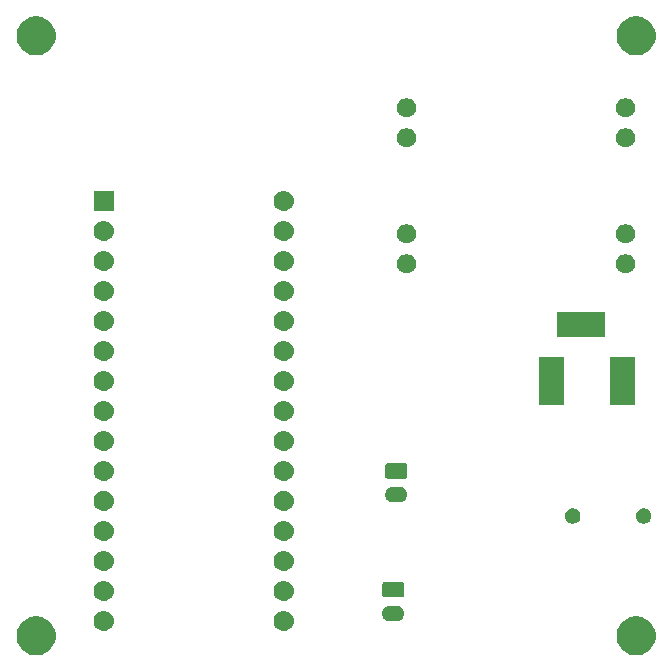
<source format=gbr>
G04 #@! TF.GenerationSoftware,KiCad,Pcbnew,(5.1.4-0)*
G04 #@! TF.CreationDate,2019-09-03T17:01:46-05:00*
G04 #@! TF.ProjectId,vacuum_pickup_tool,76616375-756d-45f7-9069-636b75705f74,rev?*
G04 #@! TF.SameCoordinates,Original*
G04 #@! TF.FileFunction,Soldermask,Bot*
G04 #@! TF.FilePolarity,Negative*
%FSLAX46Y46*%
G04 Gerber Fmt 4.6, Leading zero omitted, Abs format (unit mm)*
G04 Created by KiCad (PCBNEW (5.1.4-0)) date 2019-09-03 17:01:46*
%MOMM*%
%LPD*%
G04 APERTURE LIST*
%ADD10C,0.100000*%
G04 APERTURE END LIST*
D10*
G36*
X51175256Y-49191298D02*
G01*
X51281579Y-49212447D01*
X51582042Y-49336903D01*
X51852451Y-49517585D01*
X52082415Y-49747549D01*
X52263097Y-50017958D01*
X52387553Y-50318421D01*
X52451000Y-50637391D01*
X52451000Y-50962609D01*
X52387553Y-51281579D01*
X52263097Y-51582042D01*
X52082415Y-51852451D01*
X51852451Y-52082415D01*
X51582042Y-52263097D01*
X51281579Y-52387553D01*
X51175256Y-52408702D01*
X50962611Y-52451000D01*
X50637389Y-52451000D01*
X50424744Y-52408702D01*
X50318421Y-52387553D01*
X50017958Y-52263097D01*
X49747549Y-52082415D01*
X49517585Y-51852451D01*
X49336903Y-51582042D01*
X49212447Y-51281579D01*
X49149000Y-50962609D01*
X49149000Y-50637391D01*
X49212447Y-50318421D01*
X49336903Y-50017958D01*
X49517585Y-49747549D01*
X49747549Y-49517585D01*
X50017958Y-49336903D01*
X50318421Y-49212447D01*
X50424744Y-49191298D01*
X50637389Y-49149000D01*
X50962611Y-49149000D01*
X51175256Y-49191298D01*
X51175256Y-49191298D01*
G37*
G36*
X375256Y-49191298D02*
G01*
X481579Y-49212447D01*
X782042Y-49336903D01*
X1052451Y-49517585D01*
X1282415Y-49747549D01*
X1463097Y-50017958D01*
X1587553Y-50318421D01*
X1651000Y-50637391D01*
X1651000Y-50962609D01*
X1587553Y-51281579D01*
X1463097Y-51582042D01*
X1282415Y-51852451D01*
X1052451Y-52082415D01*
X782042Y-52263097D01*
X481579Y-52387553D01*
X375256Y-52408702D01*
X162611Y-52451000D01*
X-162611Y-52451000D01*
X-375256Y-52408702D01*
X-481579Y-52387553D01*
X-782042Y-52263097D01*
X-1052451Y-52082415D01*
X-1282415Y-51852451D01*
X-1463097Y-51582042D01*
X-1587553Y-51281579D01*
X-1651000Y-50962609D01*
X-1651000Y-50637391D01*
X-1587553Y-50318421D01*
X-1463097Y-50017958D01*
X-1282415Y-49747549D01*
X-1052451Y-49517585D01*
X-782042Y-49336903D01*
X-481579Y-49212447D01*
X-375256Y-49191298D01*
X-162611Y-49149000D01*
X162611Y-49149000D01*
X375256Y-49191298D01*
X375256Y-49191298D01*
G37*
G36*
X5881823Y-48691313D02*
G01*
X6042242Y-48739976D01*
X6174906Y-48810886D01*
X6190078Y-48818996D01*
X6319659Y-48925341D01*
X6426004Y-49054922D01*
X6426005Y-49054924D01*
X6505024Y-49202758D01*
X6553687Y-49363177D01*
X6570117Y-49530000D01*
X6553687Y-49696823D01*
X6505024Y-49857242D01*
X6434114Y-49989906D01*
X6426004Y-50005078D01*
X6319659Y-50134659D01*
X6190078Y-50241004D01*
X6190076Y-50241005D01*
X6042242Y-50320024D01*
X5881823Y-50368687D01*
X5756804Y-50381000D01*
X5673196Y-50381000D01*
X5548177Y-50368687D01*
X5387758Y-50320024D01*
X5239924Y-50241005D01*
X5239922Y-50241004D01*
X5110341Y-50134659D01*
X5003996Y-50005078D01*
X4995886Y-49989906D01*
X4924976Y-49857242D01*
X4876313Y-49696823D01*
X4859883Y-49530000D01*
X4876313Y-49363177D01*
X4924976Y-49202758D01*
X5003995Y-49054924D01*
X5003996Y-49054922D01*
X5110341Y-48925341D01*
X5239922Y-48818996D01*
X5255094Y-48810886D01*
X5387758Y-48739976D01*
X5548177Y-48691313D01*
X5673196Y-48679000D01*
X5756804Y-48679000D01*
X5881823Y-48691313D01*
X5881823Y-48691313D01*
G37*
G36*
X21121823Y-48691313D02*
G01*
X21282242Y-48739976D01*
X21414906Y-48810886D01*
X21430078Y-48818996D01*
X21559659Y-48925341D01*
X21666004Y-49054922D01*
X21666005Y-49054924D01*
X21745024Y-49202758D01*
X21793687Y-49363177D01*
X21810117Y-49530000D01*
X21793687Y-49696823D01*
X21745024Y-49857242D01*
X21674114Y-49989906D01*
X21666004Y-50005078D01*
X21559659Y-50134659D01*
X21430078Y-50241004D01*
X21430076Y-50241005D01*
X21282242Y-50320024D01*
X21121823Y-50368687D01*
X20996804Y-50381000D01*
X20913196Y-50381000D01*
X20788177Y-50368687D01*
X20627758Y-50320024D01*
X20479924Y-50241005D01*
X20479922Y-50241004D01*
X20350341Y-50134659D01*
X20243996Y-50005078D01*
X20235886Y-49989906D01*
X20164976Y-49857242D01*
X20116313Y-49696823D01*
X20099883Y-49530000D01*
X20116313Y-49363177D01*
X20164976Y-49202758D01*
X20243995Y-49054924D01*
X20243996Y-49054922D01*
X20350341Y-48925341D01*
X20479922Y-48818996D01*
X20495094Y-48810886D01*
X20627758Y-48739976D01*
X20788177Y-48691313D01*
X20913196Y-48679000D01*
X20996804Y-48679000D01*
X21121823Y-48691313D01*
X21121823Y-48691313D01*
G37*
G36*
X30564855Y-48247140D02*
G01*
X30628618Y-48253420D01*
X30719404Y-48280960D01*
X30751336Y-48290646D01*
X30864425Y-48351094D01*
X30963554Y-48432446D01*
X31044906Y-48531575D01*
X31105354Y-48644664D01*
X31105355Y-48644668D01*
X31142580Y-48767382D01*
X31155149Y-48895000D01*
X31142580Y-49022618D01*
X31132780Y-49054924D01*
X31105354Y-49145336D01*
X31044906Y-49258425D01*
X30963554Y-49357554D01*
X30864425Y-49438906D01*
X30751336Y-49499354D01*
X30719404Y-49509040D01*
X30628618Y-49536580D01*
X30564855Y-49542860D01*
X30532974Y-49546000D01*
X29919026Y-49546000D01*
X29887145Y-49542860D01*
X29823382Y-49536580D01*
X29732596Y-49509040D01*
X29700664Y-49499354D01*
X29587575Y-49438906D01*
X29488446Y-49357554D01*
X29407094Y-49258425D01*
X29346646Y-49145336D01*
X29319220Y-49054924D01*
X29309420Y-49022618D01*
X29296851Y-48895000D01*
X29309420Y-48767382D01*
X29346645Y-48644668D01*
X29346646Y-48644664D01*
X29407094Y-48531575D01*
X29488446Y-48432446D01*
X29587575Y-48351094D01*
X29700664Y-48290646D01*
X29732596Y-48280960D01*
X29823382Y-48253420D01*
X29887145Y-48247140D01*
X29919026Y-48244000D01*
X30532974Y-48244000D01*
X30564855Y-48247140D01*
X30564855Y-48247140D01*
G37*
G36*
X21121823Y-46151313D02*
G01*
X21282242Y-46199976D01*
X21364605Y-46244000D01*
X21430078Y-46278996D01*
X21559659Y-46385341D01*
X21666004Y-46514922D01*
X21666005Y-46514924D01*
X21745024Y-46662758D01*
X21793687Y-46823177D01*
X21810117Y-46990000D01*
X21793687Y-47156823D01*
X21745024Y-47317242D01*
X21688315Y-47423337D01*
X21666004Y-47465078D01*
X21559659Y-47594659D01*
X21430078Y-47701004D01*
X21430076Y-47701005D01*
X21282242Y-47780024D01*
X21121823Y-47828687D01*
X20996804Y-47841000D01*
X20913196Y-47841000D01*
X20788177Y-47828687D01*
X20627758Y-47780024D01*
X20479924Y-47701005D01*
X20479922Y-47701004D01*
X20350341Y-47594659D01*
X20243996Y-47465078D01*
X20221685Y-47423337D01*
X20164976Y-47317242D01*
X20116313Y-47156823D01*
X20099883Y-46990000D01*
X20116313Y-46823177D01*
X20164976Y-46662758D01*
X20243995Y-46514924D01*
X20243996Y-46514922D01*
X20350341Y-46385341D01*
X20479922Y-46278996D01*
X20545395Y-46244000D01*
X20627758Y-46199976D01*
X20788177Y-46151313D01*
X20913196Y-46139000D01*
X20996804Y-46139000D01*
X21121823Y-46151313D01*
X21121823Y-46151313D01*
G37*
G36*
X5881823Y-46151313D02*
G01*
X6042242Y-46199976D01*
X6124605Y-46244000D01*
X6190078Y-46278996D01*
X6319659Y-46385341D01*
X6426004Y-46514922D01*
X6426005Y-46514924D01*
X6505024Y-46662758D01*
X6553687Y-46823177D01*
X6570117Y-46990000D01*
X6553687Y-47156823D01*
X6505024Y-47317242D01*
X6448315Y-47423337D01*
X6426004Y-47465078D01*
X6319659Y-47594659D01*
X6190078Y-47701004D01*
X6190076Y-47701005D01*
X6042242Y-47780024D01*
X5881823Y-47828687D01*
X5756804Y-47841000D01*
X5673196Y-47841000D01*
X5548177Y-47828687D01*
X5387758Y-47780024D01*
X5239924Y-47701005D01*
X5239922Y-47701004D01*
X5110341Y-47594659D01*
X5003996Y-47465078D01*
X4981685Y-47423337D01*
X4924976Y-47317242D01*
X4876313Y-47156823D01*
X4859883Y-46990000D01*
X4876313Y-46823177D01*
X4924976Y-46662758D01*
X5003995Y-46514924D01*
X5003996Y-46514922D01*
X5110341Y-46385341D01*
X5239922Y-46278996D01*
X5305395Y-46244000D01*
X5387758Y-46199976D01*
X5548177Y-46151313D01*
X5673196Y-46139000D01*
X5756804Y-46139000D01*
X5881823Y-46151313D01*
X5881823Y-46151313D01*
G37*
G36*
X30992242Y-46248404D02*
G01*
X31029337Y-46259657D01*
X31063515Y-46277925D01*
X31093481Y-46302519D01*
X31118075Y-46332485D01*
X31136343Y-46366663D01*
X31147596Y-46403758D01*
X31152000Y-46448474D01*
X31152000Y-47341526D01*
X31147596Y-47386242D01*
X31136343Y-47423337D01*
X31118075Y-47457515D01*
X31093481Y-47487481D01*
X31063515Y-47512075D01*
X31029337Y-47530343D01*
X30992242Y-47541596D01*
X30947526Y-47546000D01*
X29504474Y-47546000D01*
X29459758Y-47541596D01*
X29422663Y-47530343D01*
X29388485Y-47512075D01*
X29358519Y-47487481D01*
X29333925Y-47457515D01*
X29315657Y-47423337D01*
X29304404Y-47386242D01*
X29300000Y-47341526D01*
X29300000Y-46448474D01*
X29304404Y-46403758D01*
X29315657Y-46366663D01*
X29333925Y-46332485D01*
X29358519Y-46302519D01*
X29388485Y-46277925D01*
X29422663Y-46259657D01*
X29459758Y-46248404D01*
X29504474Y-46244000D01*
X30947526Y-46244000D01*
X30992242Y-46248404D01*
X30992242Y-46248404D01*
G37*
G36*
X21121823Y-43611313D02*
G01*
X21282242Y-43659976D01*
X21414906Y-43730886D01*
X21430078Y-43738996D01*
X21559659Y-43845341D01*
X21666004Y-43974922D01*
X21666005Y-43974924D01*
X21745024Y-44122758D01*
X21793687Y-44283177D01*
X21810117Y-44450000D01*
X21793687Y-44616823D01*
X21745024Y-44777242D01*
X21674114Y-44909906D01*
X21666004Y-44925078D01*
X21559659Y-45054659D01*
X21430078Y-45161004D01*
X21430076Y-45161005D01*
X21282242Y-45240024D01*
X21121823Y-45288687D01*
X20996804Y-45301000D01*
X20913196Y-45301000D01*
X20788177Y-45288687D01*
X20627758Y-45240024D01*
X20479924Y-45161005D01*
X20479922Y-45161004D01*
X20350341Y-45054659D01*
X20243996Y-44925078D01*
X20235886Y-44909906D01*
X20164976Y-44777242D01*
X20116313Y-44616823D01*
X20099883Y-44450000D01*
X20116313Y-44283177D01*
X20164976Y-44122758D01*
X20243995Y-43974924D01*
X20243996Y-43974922D01*
X20350341Y-43845341D01*
X20479922Y-43738996D01*
X20495094Y-43730886D01*
X20627758Y-43659976D01*
X20788177Y-43611313D01*
X20913196Y-43599000D01*
X20996804Y-43599000D01*
X21121823Y-43611313D01*
X21121823Y-43611313D01*
G37*
G36*
X5881823Y-43611313D02*
G01*
X6042242Y-43659976D01*
X6174906Y-43730886D01*
X6190078Y-43738996D01*
X6319659Y-43845341D01*
X6426004Y-43974922D01*
X6426005Y-43974924D01*
X6505024Y-44122758D01*
X6553687Y-44283177D01*
X6570117Y-44450000D01*
X6553687Y-44616823D01*
X6505024Y-44777242D01*
X6434114Y-44909906D01*
X6426004Y-44925078D01*
X6319659Y-45054659D01*
X6190078Y-45161004D01*
X6190076Y-45161005D01*
X6042242Y-45240024D01*
X5881823Y-45288687D01*
X5756804Y-45301000D01*
X5673196Y-45301000D01*
X5548177Y-45288687D01*
X5387758Y-45240024D01*
X5239924Y-45161005D01*
X5239922Y-45161004D01*
X5110341Y-45054659D01*
X5003996Y-44925078D01*
X4995886Y-44909906D01*
X4924976Y-44777242D01*
X4876313Y-44616823D01*
X4859883Y-44450000D01*
X4876313Y-44283177D01*
X4924976Y-44122758D01*
X5003995Y-43974924D01*
X5003996Y-43974922D01*
X5110341Y-43845341D01*
X5239922Y-43738996D01*
X5255094Y-43730886D01*
X5387758Y-43659976D01*
X5548177Y-43611313D01*
X5673196Y-43599000D01*
X5756804Y-43599000D01*
X5881823Y-43611313D01*
X5881823Y-43611313D01*
G37*
G36*
X21121823Y-41071313D02*
G01*
X21282242Y-41119976D01*
X21414906Y-41190886D01*
X21430078Y-41198996D01*
X21559659Y-41305341D01*
X21666004Y-41434922D01*
X21666005Y-41434924D01*
X21745024Y-41582758D01*
X21793687Y-41743177D01*
X21810117Y-41910000D01*
X21793687Y-42076823D01*
X21745024Y-42237242D01*
X21674114Y-42369906D01*
X21666004Y-42385078D01*
X21559659Y-42514659D01*
X21430078Y-42621004D01*
X21430076Y-42621005D01*
X21282242Y-42700024D01*
X21121823Y-42748687D01*
X20996804Y-42761000D01*
X20913196Y-42761000D01*
X20788177Y-42748687D01*
X20627758Y-42700024D01*
X20479924Y-42621005D01*
X20479922Y-42621004D01*
X20350341Y-42514659D01*
X20243996Y-42385078D01*
X20235886Y-42369906D01*
X20164976Y-42237242D01*
X20116313Y-42076823D01*
X20099883Y-41910000D01*
X20116313Y-41743177D01*
X20164976Y-41582758D01*
X20243995Y-41434924D01*
X20243996Y-41434922D01*
X20350341Y-41305341D01*
X20479922Y-41198996D01*
X20495094Y-41190886D01*
X20627758Y-41119976D01*
X20788177Y-41071313D01*
X20913196Y-41059000D01*
X20996804Y-41059000D01*
X21121823Y-41071313D01*
X21121823Y-41071313D01*
G37*
G36*
X5881823Y-41071313D02*
G01*
X6042242Y-41119976D01*
X6174906Y-41190886D01*
X6190078Y-41198996D01*
X6319659Y-41305341D01*
X6426004Y-41434922D01*
X6426005Y-41434924D01*
X6505024Y-41582758D01*
X6553687Y-41743177D01*
X6570117Y-41910000D01*
X6553687Y-42076823D01*
X6505024Y-42237242D01*
X6434114Y-42369906D01*
X6426004Y-42385078D01*
X6319659Y-42514659D01*
X6190078Y-42621004D01*
X6190076Y-42621005D01*
X6042242Y-42700024D01*
X5881823Y-42748687D01*
X5756804Y-42761000D01*
X5673196Y-42761000D01*
X5548177Y-42748687D01*
X5387758Y-42700024D01*
X5239924Y-42621005D01*
X5239922Y-42621004D01*
X5110341Y-42514659D01*
X5003996Y-42385078D01*
X4995886Y-42369906D01*
X4924976Y-42237242D01*
X4876313Y-42076823D01*
X4859883Y-41910000D01*
X4876313Y-41743177D01*
X4924976Y-41582758D01*
X5003995Y-41434924D01*
X5003996Y-41434922D01*
X5110341Y-41305341D01*
X5239922Y-41198996D01*
X5255094Y-41190886D01*
X5387758Y-41119976D01*
X5548177Y-41071313D01*
X5673196Y-41059000D01*
X5756804Y-41059000D01*
X5881823Y-41071313D01*
X5881823Y-41071313D01*
G37*
G36*
X51624890Y-40014017D02*
G01*
X51743364Y-40063091D01*
X51849988Y-40134335D01*
X51940665Y-40225012D01*
X52011909Y-40331636D01*
X52060983Y-40450110D01*
X52086000Y-40575882D01*
X52086000Y-40704118D01*
X52060983Y-40829890D01*
X52011909Y-40948364D01*
X51940665Y-41054988D01*
X51849988Y-41145665D01*
X51743364Y-41216909D01*
X51743363Y-41216910D01*
X51743362Y-41216910D01*
X51624890Y-41265983D01*
X51499119Y-41291000D01*
X51370881Y-41291000D01*
X51245110Y-41265983D01*
X51126638Y-41216910D01*
X51126637Y-41216910D01*
X51126636Y-41216909D01*
X51020012Y-41145665D01*
X50929335Y-41054988D01*
X50858091Y-40948364D01*
X50809017Y-40829890D01*
X50784000Y-40704118D01*
X50784000Y-40575882D01*
X50809017Y-40450110D01*
X50858091Y-40331636D01*
X50929335Y-40225012D01*
X51020012Y-40134335D01*
X51126636Y-40063091D01*
X51245110Y-40014017D01*
X51370881Y-39989000D01*
X51499119Y-39989000D01*
X51624890Y-40014017D01*
X51624890Y-40014017D01*
G37*
G36*
X45624890Y-40014017D02*
G01*
X45743364Y-40063091D01*
X45849988Y-40134335D01*
X45940665Y-40225012D01*
X46011909Y-40331636D01*
X46060983Y-40450110D01*
X46086000Y-40575882D01*
X46086000Y-40704118D01*
X46060983Y-40829890D01*
X46011909Y-40948364D01*
X45940665Y-41054988D01*
X45849988Y-41145665D01*
X45743364Y-41216909D01*
X45743363Y-41216910D01*
X45743362Y-41216910D01*
X45624890Y-41265983D01*
X45499119Y-41291000D01*
X45370881Y-41291000D01*
X45245110Y-41265983D01*
X45126638Y-41216910D01*
X45126637Y-41216910D01*
X45126636Y-41216909D01*
X45020012Y-41145665D01*
X44929335Y-41054988D01*
X44858091Y-40948364D01*
X44809017Y-40829890D01*
X44784000Y-40704118D01*
X44784000Y-40575882D01*
X44809017Y-40450110D01*
X44858091Y-40331636D01*
X44929335Y-40225012D01*
X45020012Y-40134335D01*
X45126636Y-40063091D01*
X45245110Y-40014017D01*
X45370881Y-39989000D01*
X45499119Y-39989000D01*
X45624890Y-40014017D01*
X45624890Y-40014017D01*
G37*
G36*
X21121823Y-38531313D02*
G01*
X21252380Y-38570917D01*
X21281214Y-38579664D01*
X21282242Y-38579976D01*
X21414906Y-38650886D01*
X21430078Y-38658996D01*
X21559659Y-38765341D01*
X21666004Y-38894922D01*
X21666005Y-38894924D01*
X21745024Y-39042758D01*
X21793687Y-39203177D01*
X21810117Y-39370000D01*
X21793687Y-39536823D01*
X21745024Y-39697242D01*
X21674114Y-39829906D01*
X21666004Y-39845078D01*
X21559659Y-39974659D01*
X21430078Y-40081004D01*
X21430076Y-40081005D01*
X21282242Y-40160024D01*
X21121823Y-40208687D01*
X20996804Y-40221000D01*
X20913196Y-40221000D01*
X20788177Y-40208687D01*
X20627758Y-40160024D01*
X20479924Y-40081005D01*
X20479922Y-40081004D01*
X20350341Y-39974659D01*
X20243996Y-39845078D01*
X20235886Y-39829906D01*
X20164976Y-39697242D01*
X20116313Y-39536823D01*
X20099883Y-39370000D01*
X20116313Y-39203177D01*
X20164976Y-39042758D01*
X20243995Y-38894924D01*
X20243996Y-38894922D01*
X20350341Y-38765341D01*
X20479922Y-38658996D01*
X20495094Y-38650886D01*
X20627758Y-38579976D01*
X20628787Y-38579664D01*
X20657620Y-38570917D01*
X20788177Y-38531313D01*
X20913196Y-38519000D01*
X20996804Y-38519000D01*
X21121823Y-38531313D01*
X21121823Y-38531313D01*
G37*
G36*
X5881823Y-38531313D02*
G01*
X6012380Y-38570917D01*
X6041214Y-38579664D01*
X6042242Y-38579976D01*
X6174906Y-38650886D01*
X6190078Y-38658996D01*
X6319659Y-38765341D01*
X6426004Y-38894922D01*
X6426005Y-38894924D01*
X6505024Y-39042758D01*
X6553687Y-39203177D01*
X6570117Y-39370000D01*
X6553687Y-39536823D01*
X6505024Y-39697242D01*
X6434114Y-39829906D01*
X6426004Y-39845078D01*
X6319659Y-39974659D01*
X6190078Y-40081004D01*
X6190076Y-40081005D01*
X6042242Y-40160024D01*
X5881823Y-40208687D01*
X5756804Y-40221000D01*
X5673196Y-40221000D01*
X5548177Y-40208687D01*
X5387758Y-40160024D01*
X5239924Y-40081005D01*
X5239922Y-40081004D01*
X5110341Y-39974659D01*
X5003996Y-39845078D01*
X4995886Y-39829906D01*
X4924976Y-39697242D01*
X4876313Y-39536823D01*
X4859883Y-39370000D01*
X4876313Y-39203177D01*
X4924976Y-39042758D01*
X5003995Y-38894924D01*
X5003996Y-38894922D01*
X5110341Y-38765341D01*
X5239922Y-38658996D01*
X5255094Y-38650886D01*
X5387758Y-38579976D01*
X5388787Y-38579664D01*
X5417620Y-38570917D01*
X5548177Y-38531313D01*
X5673196Y-38519000D01*
X5756804Y-38519000D01*
X5881823Y-38531313D01*
X5881823Y-38531313D01*
G37*
G36*
X30818855Y-38182140D02*
G01*
X30882618Y-38188420D01*
X30973404Y-38215960D01*
X31005336Y-38225646D01*
X31118425Y-38286094D01*
X31217554Y-38367446D01*
X31298906Y-38466575D01*
X31359354Y-38579664D01*
X31369040Y-38611596D01*
X31396580Y-38702382D01*
X31409149Y-38830000D01*
X31396580Y-38957618D01*
X31370753Y-39042758D01*
X31359354Y-39080336D01*
X31298906Y-39193425D01*
X31217554Y-39292554D01*
X31118425Y-39373906D01*
X31005336Y-39434354D01*
X30973404Y-39444040D01*
X30882618Y-39471580D01*
X30818855Y-39477860D01*
X30786974Y-39481000D01*
X30173026Y-39481000D01*
X30141145Y-39477860D01*
X30077382Y-39471580D01*
X29986596Y-39444040D01*
X29954664Y-39434354D01*
X29841575Y-39373906D01*
X29742446Y-39292554D01*
X29661094Y-39193425D01*
X29600646Y-39080336D01*
X29589247Y-39042758D01*
X29563420Y-38957618D01*
X29550851Y-38830000D01*
X29563420Y-38702382D01*
X29590960Y-38611596D01*
X29600646Y-38579664D01*
X29661094Y-38466575D01*
X29742446Y-38367446D01*
X29841575Y-38286094D01*
X29954664Y-38225646D01*
X29986596Y-38215960D01*
X30077382Y-38188420D01*
X30141145Y-38182140D01*
X30173026Y-38179000D01*
X30786974Y-38179000D01*
X30818855Y-38182140D01*
X30818855Y-38182140D01*
G37*
G36*
X5881823Y-35991313D02*
G01*
X6042242Y-36039976D01*
X6174906Y-36110886D01*
X6190078Y-36118996D01*
X6319659Y-36225341D01*
X6426004Y-36354922D01*
X6426005Y-36354924D01*
X6505024Y-36502758D01*
X6553687Y-36663177D01*
X6570117Y-36830000D01*
X6553687Y-36996823D01*
X6505024Y-37157242D01*
X6476957Y-37209751D01*
X6426004Y-37305078D01*
X6319659Y-37434659D01*
X6190078Y-37541004D01*
X6190076Y-37541005D01*
X6042242Y-37620024D01*
X5881823Y-37668687D01*
X5756804Y-37681000D01*
X5673196Y-37681000D01*
X5548177Y-37668687D01*
X5387758Y-37620024D01*
X5239924Y-37541005D01*
X5239922Y-37541004D01*
X5110341Y-37434659D01*
X5003996Y-37305078D01*
X4953043Y-37209751D01*
X4924976Y-37157242D01*
X4876313Y-36996823D01*
X4859883Y-36830000D01*
X4876313Y-36663177D01*
X4924976Y-36502758D01*
X5003995Y-36354924D01*
X5003996Y-36354922D01*
X5110341Y-36225341D01*
X5239922Y-36118996D01*
X5255094Y-36110886D01*
X5387758Y-36039976D01*
X5548177Y-35991313D01*
X5673196Y-35979000D01*
X5756804Y-35979000D01*
X5881823Y-35991313D01*
X5881823Y-35991313D01*
G37*
G36*
X21121823Y-35991313D02*
G01*
X21282242Y-36039976D01*
X21414906Y-36110886D01*
X21430078Y-36118996D01*
X21559659Y-36225341D01*
X21666004Y-36354922D01*
X21666005Y-36354924D01*
X21745024Y-36502758D01*
X21793687Y-36663177D01*
X21810117Y-36830000D01*
X21793687Y-36996823D01*
X21745024Y-37157242D01*
X21716957Y-37209751D01*
X21666004Y-37305078D01*
X21559659Y-37434659D01*
X21430078Y-37541004D01*
X21430076Y-37541005D01*
X21282242Y-37620024D01*
X21121823Y-37668687D01*
X20996804Y-37681000D01*
X20913196Y-37681000D01*
X20788177Y-37668687D01*
X20627758Y-37620024D01*
X20479924Y-37541005D01*
X20479922Y-37541004D01*
X20350341Y-37434659D01*
X20243996Y-37305078D01*
X20193043Y-37209751D01*
X20164976Y-37157242D01*
X20116313Y-36996823D01*
X20099883Y-36830000D01*
X20116313Y-36663177D01*
X20164976Y-36502758D01*
X20243995Y-36354924D01*
X20243996Y-36354922D01*
X20350341Y-36225341D01*
X20479922Y-36118996D01*
X20495094Y-36110886D01*
X20627758Y-36039976D01*
X20788177Y-35991313D01*
X20913196Y-35979000D01*
X20996804Y-35979000D01*
X21121823Y-35991313D01*
X21121823Y-35991313D01*
G37*
G36*
X31246242Y-36183404D02*
G01*
X31283337Y-36194657D01*
X31317515Y-36212925D01*
X31347481Y-36237519D01*
X31372075Y-36267485D01*
X31390343Y-36301663D01*
X31401596Y-36338758D01*
X31406000Y-36383474D01*
X31406000Y-37276526D01*
X31401596Y-37321242D01*
X31390343Y-37358337D01*
X31372075Y-37392515D01*
X31347481Y-37422481D01*
X31317515Y-37447075D01*
X31283337Y-37465343D01*
X31246242Y-37476596D01*
X31201526Y-37481000D01*
X29758474Y-37481000D01*
X29713758Y-37476596D01*
X29676663Y-37465343D01*
X29642485Y-37447075D01*
X29612519Y-37422481D01*
X29587925Y-37392515D01*
X29569657Y-37358337D01*
X29558404Y-37321242D01*
X29554000Y-37276526D01*
X29554000Y-36383474D01*
X29558404Y-36338758D01*
X29569657Y-36301663D01*
X29587925Y-36267485D01*
X29612519Y-36237519D01*
X29642485Y-36212925D01*
X29676663Y-36194657D01*
X29713758Y-36183404D01*
X29758474Y-36179000D01*
X31201526Y-36179000D01*
X31246242Y-36183404D01*
X31246242Y-36183404D01*
G37*
G36*
X5881823Y-33451313D02*
G01*
X6042242Y-33499976D01*
X6174906Y-33570886D01*
X6190078Y-33578996D01*
X6319659Y-33685341D01*
X6426004Y-33814922D01*
X6426005Y-33814924D01*
X6505024Y-33962758D01*
X6553687Y-34123177D01*
X6570117Y-34290000D01*
X6553687Y-34456823D01*
X6505024Y-34617242D01*
X6434114Y-34749906D01*
X6426004Y-34765078D01*
X6319659Y-34894659D01*
X6190078Y-35001004D01*
X6190076Y-35001005D01*
X6042242Y-35080024D01*
X5881823Y-35128687D01*
X5756804Y-35141000D01*
X5673196Y-35141000D01*
X5548177Y-35128687D01*
X5387758Y-35080024D01*
X5239924Y-35001005D01*
X5239922Y-35001004D01*
X5110341Y-34894659D01*
X5003996Y-34765078D01*
X4995886Y-34749906D01*
X4924976Y-34617242D01*
X4876313Y-34456823D01*
X4859883Y-34290000D01*
X4876313Y-34123177D01*
X4924976Y-33962758D01*
X5003995Y-33814924D01*
X5003996Y-33814922D01*
X5110341Y-33685341D01*
X5239922Y-33578996D01*
X5255094Y-33570886D01*
X5387758Y-33499976D01*
X5548177Y-33451313D01*
X5673196Y-33439000D01*
X5756804Y-33439000D01*
X5881823Y-33451313D01*
X5881823Y-33451313D01*
G37*
G36*
X21121823Y-33451313D02*
G01*
X21282242Y-33499976D01*
X21414906Y-33570886D01*
X21430078Y-33578996D01*
X21559659Y-33685341D01*
X21666004Y-33814922D01*
X21666005Y-33814924D01*
X21745024Y-33962758D01*
X21793687Y-34123177D01*
X21810117Y-34290000D01*
X21793687Y-34456823D01*
X21745024Y-34617242D01*
X21674114Y-34749906D01*
X21666004Y-34765078D01*
X21559659Y-34894659D01*
X21430078Y-35001004D01*
X21430076Y-35001005D01*
X21282242Y-35080024D01*
X21121823Y-35128687D01*
X20996804Y-35141000D01*
X20913196Y-35141000D01*
X20788177Y-35128687D01*
X20627758Y-35080024D01*
X20479924Y-35001005D01*
X20479922Y-35001004D01*
X20350341Y-34894659D01*
X20243996Y-34765078D01*
X20235886Y-34749906D01*
X20164976Y-34617242D01*
X20116313Y-34456823D01*
X20099883Y-34290000D01*
X20116313Y-34123177D01*
X20164976Y-33962758D01*
X20243995Y-33814924D01*
X20243996Y-33814922D01*
X20350341Y-33685341D01*
X20479922Y-33578996D01*
X20495094Y-33570886D01*
X20627758Y-33499976D01*
X20788177Y-33451313D01*
X20913196Y-33439000D01*
X20996804Y-33439000D01*
X21121823Y-33451313D01*
X21121823Y-33451313D01*
G37*
G36*
X21121823Y-30911313D02*
G01*
X21282242Y-30959976D01*
X21414906Y-31030886D01*
X21430078Y-31038996D01*
X21559659Y-31145341D01*
X21666004Y-31274922D01*
X21666005Y-31274924D01*
X21745024Y-31422758D01*
X21793687Y-31583177D01*
X21810117Y-31750000D01*
X21793687Y-31916823D01*
X21745024Y-32077242D01*
X21674114Y-32209906D01*
X21666004Y-32225078D01*
X21559659Y-32354659D01*
X21430078Y-32461004D01*
X21430076Y-32461005D01*
X21282242Y-32540024D01*
X21121823Y-32588687D01*
X20996804Y-32601000D01*
X20913196Y-32601000D01*
X20788177Y-32588687D01*
X20627758Y-32540024D01*
X20479924Y-32461005D01*
X20479922Y-32461004D01*
X20350341Y-32354659D01*
X20243996Y-32225078D01*
X20235886Y-32209906D01*
X20164976Y-32077242D01*
X20116313Y-31916823D01*
X20099883Y-31750000D01*
X20116313Y-31583177D01*
X20164976Y-31422758D01*
X20243995Y-31274924D01*
X20243996Y-31274922D01*
X20350341Y-31145341D01*
X20479922Y-31038996D01*
X20495094Y-31030886D01*
X20627758Y-30959976D01*
X20788177Y-30911313D01*
X20913196Y-30899000D01*
X20996804Y-30899000D01*
X21121823Y-30911313D01*
X21121823Y-30911313D01*
G37*
G36*
X5881823Y-30911313D02*
G01*
X6042242Y-30959976D01*
X6174906Y-31030886D01*
X6190078Y-31038996D01*
X6319659Y-31145341D01*
X6426004Y-31274922D01*
X6426005Y-31274924D01*
X6505024Y-31422758D01*
X6553687Y-31583177D01*
X6570117Y-31750000D01*
X6553687Y-31916823D01*
X6505024Y-32077242D01*
X6434114Y-32209906D01*
X6426004Y-32225078D01*
X6319659Y-32354659D01*
X6190078Y-32461004D01*
X6190076Y-32461005D01*
X6042242Y-32540024D01*
X5881823Y-32588687D01*
X5756804Y-32601000D01*
X5673196Y-32601000D01*
X5548177Y-32588687D01*
X5387758Y-32540024D01*
X5239924Y-32461005D01*
X5239922Y-32461004D01*
X5110341Y-32354659D01*
X5003996Y-32225078D01*
X4995886Y-32209906D01*
X4924976Y-32077242D01*
X4876313Y-31916823D01*
X4859883Y-31750000D01*
X4876313Y-31583177D01*
X4924976Y-31422758D01*
X5003995Y-31274924D01*
X5003996Y-31274922D01*
X5110341Y-31145341D01*
X5239922Y-31038996D01*
X5255094Y-31030886D01*
X5387758Y-30959976D01*
X5548177Y-30911313D01*
X5673196Y-30899000D01*
X5756804Y-30899000D01*
X5881823Y-30911313D01*
X5881823Y-30911313D01*
G37*
G36*
X44701000Y-31261000D02*
G01*
X42599000Y-31261000D01*
X42599000Y-27159000D01*
X44701000Y-27159000D01*
X44701000Y-31261000D01*
X44701000Y-31261000D01*
G37*
G36*
X50701000Y-31261000D02*
G01*
X48599000Y-31261000D01*
X48599000Y-27159000D01*
X50701000Y-27159000D01*
X50701000Y-31261000D01*
X50701000Y-31261000D01*
G37*
G36*
X21121823Y-28371313D02*
G01*
X21282242Y-28419976D01*
X21414906Y-28490886D01*
X21430078Y-28498996D01*
X21559659Y-28605341D01*
X21666004Y-28734922D01*
X21666005Y-28734924D01*
X21745024Y-28882758D01*
X21793687Y-29043177D01*
X21810117Y-29210000D01*
X21793687Y-29376823D01*
X21745024Y-29537242D01*
X21674114Y-29669906D01*
X21666004Y-29685078D01*
X21559659Y-29814659D01*
X21430078Y-29921004D01*
X21430076Y-29921005D01*
X21282242Y-30000024D01*
X21121823Y-30048687D01*
X20996804Y-30061000D01*
X20913196Y-30061000D01*
X20788177Y-30048687D01*
X20627758Y-30000024D01*
X20479924Y-29921005D01*
X20479922Y-29921004D01*
X20350341Y-29814659D01*
X20243996Y-29685078D01*
X20235886Y-29669906D01*
X20164976Y-29537242D01*
X20116313Y-29376823D01*
X20099883Y-29210000D01*
X20116313Y-29043177D01*
X20164976Y-28882758D01*
X20243995Y-28734924D01*
X20243996Y-28734922D01*
X20350341Y-28605341D01*
X20479922Y-28498996D01*
X20495094Y-28490886D01*
X20627758Y-28419976D01*
X20788177Y-28371313D01*
X20913196Y-28359000D01*
X20996804Y-28359000D01*
X21121823Y-28371313D01*
X21121823Y-28371313D01*
G37*
G36*
X5881823Y-28371313D02*
G01*
X6042242Y-28419976D01*
X6174906Y-28490886D01*
X6190078Y-28498996D01*
X6319659Y-28605341D01*
X6426004Y-28734922D01*
X6426005Y-28734924D01*
X6505024Y-28882758D01*
X6553687Y-29043177D01*
X6570117Y-29210000D01*
X6553687Y-29376823D01*
X6505024Y-29537242D01*
X6434114Y-29669906D01*
X6426004Y-29685078D01*
X6319659Y-29814659D01*
X6190078Y-29921004D01*
X6190076Y-29921005D01*
X6042242Y-30000024D01*
X5881823Y-30048687D01*
X5756804Y-30061000D01*
X5673196Y-30061000D01*
X5548177Y-30048687D01*
X5387758Y-30000024D01*
X5239924Y-29921005D01*
X5239922Y-29921004D01*
X5110341Y-29814659D01*
X5003996Y-29685078D01*
X4995886Y-29669906D01*
X4924976Y-29537242D01*
X4876313Y-29376823D01*
X4859883Y-29210000D01*
X4876313Y-29043177D01*
X4924976Y-28882758D01*
X5003995Y-28734924D01*
X5003996Y-28734922D01*
X5110341Y-28605341D01*
X5239922Y-28498996D01*
X5255094Y-28490886D01*
X5387758Y-28419976D01*
X5548177Y-28371313D01*
X5673196Y-28359000D01*
X5756804Y-28359000D01*
X5881823Y-28371313D01*
X5881823Y-28371313D01*
G37*
G36*
X21121823Y-25831313D02*
G01*
X21282242Y-25879976D01*
X21414906Y-25950886D01*
X21430078Y-25958996D01*
X21559659Y-26065341D01*
X21666004Y-26194922D01*
X21666005Y-26194924D01*
X21745024Y-26342758D01*
X21793687Y-26503177D01*
X21810117Y-26670000D01*
X21793687Y-26836823D01*
X21745024Y-26997242D01*
X21674114Y-27129906D01*
X21666004Y-27145078D01*
X21559659Y-27274659D01*
X21430078Y-27381004D01*
X21430076Y-27381005D01*
X21282242Y-27460024D01*
X21121823Y-27508687D01*
X20996804Y-27521000D01*
X20913196Y-27521000D01*
X20788177Y-27508687D01*
X20627758Y-27460024D01*
X20479924Y-27381005D01*
X20479922Y-27381004D01*
X20350341Y-27274659D01*
X20243996Y-27145078D01*
X20235886Y-27129906D01*
X20164976Y-26997242D01*
X20116313Y-26836823D01*
X20099883Y-26670000D01*
X20116313Y-26503177D01*
X20164976Y-26342758D01*
X20243995Y-26194924D01*
X20243996Y-26194922D01*
X20350341Y-26065341D01*
X20479922Y-25958996D01*
X20495094Y-25950886D01*
X20627758Y-25879976D01*
X20788177Y-25831313D01*
X20913196Y-25819000D01*
X20996804Y-25819000D01*
X21121823Y-25831313D01*
X21121823Y-25831313D01*
G37*
G36*
X5881823Y-25831313D02*
G01*
X6042242Y-25879976D01*
X6174906Y-25950886D01*
X6190078Y-25958996D01*
X6319659Y-26065341D01*
X6426004Y-26194922D01*
X6426005Y-26194924D01*
X6505024Y-26342758D01*
X6553687Y-26503177D01*
X6570117Y-26670000D01*
X6553687Y-26836823D01*
X6505024Y-26997242D01*
X6434114Y-27129906D01*
X6426004Y-27145078D01*
X6319659Y-27274659D01*
X6190078Y-27381004D01*
X6190076Y-27381005D01*
X6042242Y-27460024D01*
X5881823Y-27508687D01*
X5756804Y-27521000D01*
X5673196Y-27521000D01*
X5548177Y-27508687D01*
X5387758Y-27460024D01*
X5239924Y-27381005D01*
X5239922Y-27381004D01*
X5110341Y-27274659D01*
X5003996Y-27145078D01*
X4995886Y-27129906D01*
X4924976Y-26997242D01*
X4876313Y-26836823D01*
X4859883Y-26670000D01*
X4876313Y-26503177D01*
X4924976Y-26342758D01*
X5003995Y-26194924D01*
X5003996Y-26194922D01*
X5110341Y-26065341D01*
X5239922Y-25958996D01*
X5255094Y-25950886D01*
X5387758Y-25879976D01*
X5548177Y-25831313D01*
X5673196Y-25819000D01*
X5756804Y-25819000D01*
X5881823Y-25831313D01*
X5881823Y-25831313D01*
G37*
G36*
X48201000Y-25461000D02*
G01*
X44099000Y-25461000D01*
X44099000Y-23359000D01*
X48201000Y-23359000D01*
X48201000Y-25461000D01*
X48201000Y-25461000D01*
G37*
G36*
X5881823Y-23291313D02*
G01*
X6042242Y-23339976D01*
X6077833Y-23359000D01*
X6190078Y-23418996D01*
X6319659Y-23525341D01*
X6426004Y-23654922D01*
X6426005Y-23654924D01*
X6505024Y-23802758D01*
X6553687Y-23963177D01*
X6570117Y-24130000D01*
X6553687Y-24296823D01*
X6505024Y-24457242D01*
X6434114Y-24589906D01*
X6426004Y-24605078D01*
X6319659Y-24734659D01*
X6190078Y-24841004D01*
X6190076Y-24841005D01*
X6042242Y-24920024D01*
X5881823Y-24968687D01*
X5756804Y-24981000D01*
X5673196Y-24981000D01*
X5548177Y-24968687D01*
X5387758Y-24920024D01*
X5239924Y-24841005D01*
X5239922Y-24841004D01*
X5110341Y-24734659D01*
X5003996Y-24605078D01*
X4995886Y-24589906D01*
X4924976Y-24457242D01*
X4876313Y-24296823D01*
X4859883Y-24130000D01*
X4876313Y-23963177D01*
X4924976Y-23802758D01*
X5003995Y-23654924D01*
X5003996Y-23654922D01*
X5110341Y-23525341D01*
X5239922Y-23418996D01*
X5352167Y-23359000D01*
X5387758Y-23339976D01*
X5548177Y-23291313D01*
X5673196Y-23279000D01*
X5756804Y-23279000D01*
X5881823Y-23291313D01*
X5881823Y-23291313D01*
G37*
G36*
X21121823Y-23291313D02*
G01*
X21282242Y-23339976D01*
X21317833Y-23359000D01*
X21430078Y-23418996D01*
X21559659Y-23525341D01*
X21666004Y-23654922D01*
X21666005Y-23654924D01*
X21745024Y-23802758D01*
X21793687Y-23963177D01*
X21810117Y-24130000D01*
X21793687Y-24296823D01*
X21745024Y-24457242D01*
X21674114Y-24589906D01*
X21666004Y-24605078D01*
X21559659Y-24734659D01*
X21430078Y-24841004D01*
X21430076Y-24841005D01*
X21282242Y-24920024D01*
X21121823Y-24968687D01*
X20996804Y-24981000D01*
X20913196Y-24981000D01*
X20788177Y-24968687D01*
X20627758Y-24920024D01*
X20479924Y-24841005D01*
X20479922Y-24841004D01*
X20350341Y-24734659D01*
X20243996Y-24605078D01*
X20235886Y-24589906D01*
X20164976Y-24457242D01*
X20116313Y-24296823D01*
X20099883Y-24130000D01*
X20116313Y-23963177D01*
X20164976Y-23802758D01*
X20243995Y-23654924D01*
X20243996Y-23654922D01*
X20350341Y-23525341D01*
X20479922Y-23418996D01*
X20592167Y-23359000D01*
X20627758Y-23339976D01*
X20788177Y-23291313D01*
X20913196Y-23279000D01*
X20996804Y-23279000D01*
X21121823Y-23291313D01*
X21121823Y-23291313D01*
G37*
G36*
X5881823Y-20751313D02*
G01*
X6042242Y-20799976D01*
X6174906Y-20870886D01*
X6190078Y-20878996D01*
X6319659Y-20985341D01*
X6426004Y-21114922D01*
X6426005Y-21114924D01*
X6505024Y-21262758D01*
X6553687Y-21423177D01*
X6570117Y-21590000D01*
X6553687Y-21756823D01*
X6505024Y-21917242D01*
X6434114Y-22049906D01*
X6426004Y-22065078D01*
X6319659Y-22194659D01*
X6190078Y-22301004D01*
X6190076Y-22301005D01*
X6042242Y-22380024D01*
X5881823Y-22428687D01*
X5756804Y-22441000D01*
X5673196Y-22441000D01*
X5548177Y-22428687D01*
X5387758Y-22380024D01*
X5239924Y-22301005D01*
X5239922Y-22301004D01*
X5110341Y-22194659D01*
X5003996Y-22065078D01*
X4995886Y-22049906D01*
X4924976Y-21917242D01*
X4876313Y-21756823D01*
X4859883Y-21590000D01*
X4876313Y-21423177D01*
X4924976Y-21262758D01*
X5003995Y-21114924D01*
X5003996Y-21114922D01*
X5110341Y-20985341D01*
X5239922Y-20878996D01*
X5255094Y-20870886D01*
X5387758Y-20799976D01*
X5548177Y-20751313D01*
X5673196Y-20739000D01*
X5756804Y-20739000D01*
X5881823Y-20751313D01*
X5881823Y-20751313D01*
G37*
G36*
X21121823Y-20751313D02*
G01*
X21282242Y-20799976D01*
X21414906Y-20870886D01*
X21430078Y-20878996D01*
X21559659Y-20985341D01*
X21666004Y-21114922D01*
X21666005Y-21114924D01*
X21745024Y-21262758D01*
X21793687Y-21423177D01*
X21810117Y-21590000D01*
X21793687Y-21756823D01*
X21745024Y-21917242D01*
X21674114Y-22049906D01*
X21666004Y-22065078D01*
X21559659Y-22194659D01*
X21430078Y-22301004D01*
X21430076Y-22301005D01*
X21282242Y-22380024D01*
X21121823Y-22428687D01*
X20996804Y-22441000D01*
X20913196Y-22441000D01*
X20788177Y-22428687D01*
X20627758Y-22380024D01*
X20479924Y-22301005D01*
X20479922Y-22301004D01*
X20350341Y-22194659D01*
X20243996Y-22065078D01*
X20235886Y-22049906D01*
X20164976Y-21917242D01*
X20116313Y-21756823D01*
X20099883Y-21590000D01*
X20116313Y-21423177D01*
X20164976Y-21262758D01*
X20243995Y-21114924D01*
X20243996Y-21114922D01*
X20350341Y-20985341D01*
X20479922Y-20878996D01*
X20495094Y-20870886D01*
X20627758Y-20799976D01*
X20788177Y-20751313D01*
X20913196Y-20739000D01*
X20996804Y-20739000D01*
X21121823Y-20751313D01*
X21121823Y-20751313D01*
G37*
G36*
X31606142Y-18522242D02*
G01*
X31754101Y-18583529D01*
X31887255Y-18672499D01*
X32000501Y-18785745D01*
X32089471Y-18918899D01*
X32150758Y-19066858D01*
X32182000Y-19223925D01*
X32182000Y-19384075D01*
X32150758Y-19541142D01*
X32089471Y-19689101D01*
X32000501Y-19822255D01*
X31887255Y-19935501D01*
X31754101Y-20024471D01*
X31606142Y-20085758D01*
X31449075Y-20117000D01*
X31288925Y-20117000D01*
X31131858Y-20085758D01*
X30983899Y-20024471D01*
X30850745Y-19935501D01*
X30737499Y-19822255D01*
X30648529Y-19689101D01*
X30587242Y-19541142D01*
X30556000Y-19384075D01*
X30556000Y-19223925D01*
X30587242Y-19066858D01*
X30648529Y-18918899D01*
X30737499Y-18785745D01*
X30850745Y-18672499D01*
X30983899Y-18583529D01*
X31131858Y-18522242D01*
X31288925Y-18491000D01*
X31449075Y-18491000D01*
X31606142Y-18522242D01*
X31606142Y-18522242D01*
G37*
G36*
X50148142Y-18522242D02*
G01*
X50296101Y-18583529D01*
X50429255Y-18672499D01*
X50542501Y-18785745D01*
X50631471Y-18918899D01*
X50692758Y-19066858D01*
X50724000Y-19223925D01*
X50724000Y-19384075D01*
X50692758Y-19541142D01*
X50631471Y-19689101D01*
X50542501Y-19822255D01*
X50429255Y-19935501D01*
X50296101Y-20024471D01*
X50148142Y-20085758D01*
X49991075Y-20117000D01*
X49830925Y-20117000D01*
X49673858Y-20085758D01*
X49525899Y-20024471D01*
X49392745Y-19935501D01*
X49279499Y-19822255D01*
X49190529Y-19689101D01*
X49129242Y-19541142D01*
X49098000Y-19384075D01*
X49098000Y-19223925D01*
X49129242Y-19066858D01*
X49190529Y-18918899D01*
X49279499Y-18785745D01*
X49392745Y-18672499D01*
X49525899Y-18583529D01*
X49673858Y-18522242D01*
X49830925Y-18491000D01*
X49991075Y-18491000D01*
X50148142Y-18522242D01*
X50148142Y-18522242D01*
G37*
G36*
X21121823Y-18211313D02*
G01*
X21282242Y-18259976D01*
X21414906Y-18330886D01*
X21430078Y-18338996D01*
X21559659Y-18445341D01*
X21666004Y-18574922D01*
X21674114Y-18590094D01*
X21745024Y-18722758D01*
X21793687Y-18883177D01*
X21810117Y-19050000D01*
X21793687Y-19216823D01*
X21745024Y-19377242D01*
X21674114Y-19509906D01*
X21666004Y-19525078D01*
X21559659Y-19654659D01*
X21430078Y-19761004D01*
X21430076Y-19761005D01*
X21282242Y-19840024D01*
X21121823Y-19888687D01*
X20996804Y-19901000D01*
X20913196Y-19901000D01*
X20788177Y-19888687D01*
X20627758Y-19840024D01*
X20479924Y-19761005D01*
X20479922Y-19761004D01*
X20350341Y-19654659D01*
X20243996Y-19525078D01*
X20235886Y-19509906D01*
X20164976Y-19377242D01*
X20116313Y-19216823D01*
X20099883Y-19050000D01*
X20116313Y-18883177D01*
X20164976Y-18722758D01*
X20235886Y-18590094D01*
X20243996Y-18574922D01*
X20350341Y-18445341D01*
X20479922Y-18338996D01*
X20495094Y-18330886D01*
X20627758Y-18259976D01*
X20788177Y-18211313D01*
X20913196Y-18199000D01*
X20996804Y-18199000D01*
X21121823Y-18211313D01*
X21121823Y-18211313D01*
G37*
G36*
X5881823Y-18211313D02*
G01*
X6042242Y-18259976D01*
X6174906Y-18330886D01*
X6190078Y-18338996D01*
X6319659Y-18445341D01*
X6426004Y-18574922D01*
X6434114Y-18590094D01*
X6505024Y-18722758D01*
X6553687Y-18883177D01*
X6570117Y-19050000D01*
X6553687Y-19216823D01*
X6505024Y-19377242D01*
X6434114Y-19509906D01*
X6426004Y-19525078D01*
X6319659Y-19654659D01*
X6190078Y-19761004D01*
X6190076Y-19761005D01*
X6042242Y-19840024D01*
X5881823Y-19888687D01*
X5756804Y-19901000D01*
X5673196Y-19901000D01*
X5548177Y-19888687D01*
X5387758Y-19840024D01*
X5239924Y-19761005D01*
X5239922Y-19761004D01*
X5110341Y-19654659D01*
X5003996Y-19525078D01*
X4995886Y-19509906D01*
X4924976Y-19377242D01*
X4876313Y-19216823D01*
X4859883Y-19050000D01*
X4876313Y-18883177D01*
X4924976Y-18722758D01*
X4995886Y-18590094D01*
X5003996Y-18574922D01*
X5110341Y-18445341D01*
X5239922Y-18338996D01*
X5255094Y-18330886D01*
X5387758Y-18259976D01*
X5548177Y-18211313D01*
X5673196Y-18199000D01*
X5756804Y-18199000D01*
X5881823Y-18211313D01*
X5881823Y-18211313D01*
G37*
G36*
X50148142Y-15982242D02*
G01*
X50296101Y-16043529D01*
X50429255Y-16132499D01*
X50542501Y-16245745D01*
X50631471Y-16378899D01*
X50692758Y-16526858D01*
X50724000Y-16683925D01*
X50724000Y-16844075D01*
X50692758Y-17001142D01*
X50631471Y-17149101D01*
X50542501Y-17282255D01*
X50429255Y-17395501D01*
X50296101Y-17484471D01*
X50148142Y-17545758D01*
X49991075Y-17577000D01*
X49830925Y-17577000D01*
X49673858Y-17545758D01*
X49525899Y-17484471D01*
X49392745Y-17395501D01*
X49279499Y-17282255D01*
X49190529Y-17149101D01*
X49129242Y-17001142D01*
X49098000Y-16844075D01*
X49098000Y-16683925D01*
X49129242Y-16526858D01*
X49190529Y-16378899D01*
X49279499Y-16245745D01*
X49392745Y-16132499D01*
X49525899Y-16043529D01*
X49673858Y-15982242D01*
X49830925Y-15951000D01*
X49991075Y-15951000D01*
X50148142Y-15982242D01*
X50148142Y-15982242D01*
G37*
G36*
X31606142Y-15982242D02*
G01*
X31754101Y-16043529D01*
X31887255Y-16132499D01*
X32000501Y-16245745D01*
X32089471Y-16378899D01*
X32150758Y-16526858D01*
X32182000Y-16683925D01*
X32182000Y-16844075D01*
X32150758Y-17001142D01*
X32089471Y-17149101D01*
X32000501Y-17282255D01*
X31887255Y-17395501D01*
X31754101Y-17484471D01*
X31606142Y-17545758D01*
X31449075Y-17577000D01*
X31288925Y-17577000D01*
X31131858Y-17545758D01*
X30983899Y-17484471D01*
X30850745Y-17395501D01*
X30737499Y-17282255D01*
X30648529Y-17149101D01*
X30587242Y-17001142D01*
X30556000Y-16844075D01*
X30556000Y-16683925D01*
X30587242Y-16526858D01*
X30648529Y-16378899D01*
X30737499Y-16245745D01*
X30850745Y-16132499D01*
X30983899Y-16043529D01*
X31131858Y-15982242D01*
X31288925Y-15951000D01*
X31449075Y-15951000D01*
X31606142Y-15982242D01*
X31606142Y-15982242D01*
G37*
G36*
X21121823Y-15671313D02*
G01*
X21282242Y-15719976D01*
X21414906Y-15790886D01*
X21430078Y-15798996D01*
X21559659Y-15905341D01*
X21666004Y-16034922D01*
X21674114Y-16050094D01*
X21745024Y-16182758D01*
X21793687Y-16343177D01*
X21810117Y-16510000D01*
X21793687Y-16676823D01*
X21745024Y-16837242D01*
X21674114Y-16969906D01*
X21666004Y-16985078D01*
X21559659Y-17114659D01*
X21430078Y-17221004D01*
X21430076Y-17221005D01*
X21282242Y-17300024D01*
X21121823Y-17348687D01*
X20996804Y-17361000D01*
X20913196Y-17361000D01*
X20788177Y-17348687D01*
X20627758Y-17300024D01*
X20479924Y-17221005D01*
X20479922Y-17221004D01*
X20350341Y-17114659D01*
X20243996Y-16985078D01*
X20235886Y-16969906D01*
X20164976Y-16837242D01*
X20116313Y-16676823D01*
X20099883Y-16510000D01*
X20116313Y-16343177D01*
X20164976Y-16182758D01*
X20235886Y-16050094D01*
X20243996Y-16034922D01*
X20350341Y-15905341D01*
X20479922Y-15798996D01*
X20495094Y-15790886D01*
X20627758Y-15719976D01*
X20788177Y-15671313D01*
X20913196Y-15659000D01*
X20996804Y-15659000D01*
X21121823Y-15671313D01*
X21121823Y-15671313D01*
G37*
G36*
X5881823Y-15671313D02*
G01*
X6042242Y-15719976D01*
X6174906Y-15790886D01*
X6190078Y-15798996D01*
X6319659Y-15905341D01*
X6426004Y-16034922D01*
X6434114Y-16050094D01*
X6505024Y-16182758D01*
X6553687Y-16343177D01*
X6570117Y-16510000D01*
X6553687Y-16676823D01*
X6505024Y-16837242D01*
X6434114Y-16969906D01*
X6426004Y-16985078D01*
X6319659Y-17114659D01*
X6190078Y-17221004D01*
X6190076Y-17221005D01*
X6042242Y-17300024D01*
X5881823Y-17348687D01*
X5756804Y-17361000D01*
X5673196Y-17361000D01*
X5548177Y-17348687D01*
X5387758Y-17300024D01*
X5239924Y-17221005D01*
X5239922Y-17221004D01*
X5110341Y-17114659D01*
X5003996Y-16985078D01*
X4995886Y-16969906D01*
X4924976Y-16837242D01*
X4876313Y-16676823D01*
X4859883Y-16510000D01*
X4876313Y-16343177D01*
X4924976Y-16182758D01*
X4995886Y-16050094D01*
X5003996Y-16034922D01*
X5110341Y-15905341D01*
X5239922Y-15798996D01*
X5255094Y-15790886D01*
X5387758Y-15719976D01*
X5548177Y-15671313D01*
X5673196Y-15659000D01*
X5756804Y-15659000D01*
X5881823Y-15671313D01*
X5881823Y-15671313D01*
G37*
G36*
X21121823Y-13131313D02*
G01*
X21282242Y-13179976D01*
X21414906Y-13250886D01*
X21430078Y-13258996D01*
X21559659Y-13365341D01*
X21666004Y-13494922D01*
X21666005Y-13494924D01*
X21745024Y-13642758D01*
X21793687Y-13803177D01*
X21810117Y-13970000D01*
X21793687Y-14136823D01*
X21745024Y-14297242D01*
X21674114Y-14429906D01*
X21666004Y-14445078D01*
X21559659Y-14574659D01*
X21430078Y-14681004D01*
X21430076Y-14681005D01*
X21282242Y-14760024D01*
X21121823Y-14808687D01*
X20996804Y-14821000D01*
X20913196Y-14821000D01*
X20788177Y-14808687D01*
X20627758Y-14760024D01*
X20479924Y-14681005D01*
X20479922Y-14681004D01*
X20350341Y-14574659D01*
X20243996Y-14445078D01*
X20235886Y-14429906D01*
X20164976Y-14297242D01*
X20116313Y-14136823D01*
X20099883Y-13970000D01*
X20116313Y-13803177D01*
X20164976Y-13642758D01*
X20243995Y-13494924D01*
X20243996Y-13494922D01*
X20350341Y-13365341D01*
X20479922Y-13258996D01*
X20495094Y-13250886D01*
X20627758Y-13179976D01*
X20788177Y-13131313D01*
X20913196Y-13119000D01*
X20996804Y-13119000D01*
X21121823Y-13131313D01*
X21121823Y-13131313D01*
G37*
G36*
X6566000Y-14821000D02*
G01*
X4864000Y-14821000D01*
X4864000Y-13119000D01*
X6566000Y-13119000D01*
X6566000Y-14821000D01*
X6566000Y-14821000D01*
G37*
G36*
X50139142Y-7854242D02*
G01*
X50287101Y-7915529D01*
X50420255Y-8004499D01*
X50533501Y-8117745D01*
X50622471Y-8250899D01*
X50683758Y-8398858D01*
X50715000Y-8555925D01*
X50715000Y-8716075D01*
X50683758Y-8873142D01*
X50622471Y-9021101D01*
X50533501Y-9154255D01*
X50420255Y-9267501D01*
X50287101Y-9356471D01*
X50139142Y-9417758D01*
X49982075Y-9449000D01*
X49821925Y-9449000D01*
X49664858Y-9417758D01*
X49516899Y-9356471D01*
X49383745Y-9267501D01*
X49270499Y-9154255D01*
X49181529Y-9021101D01*
X49120242Y-8873142D01*
X49089000Y-8716075D01*
X49089000Y-8555925D01*
X49120242Y-8398858D01*
X49181529Y-8250899D01*
X49270499Y-8117745D01*
X49383745Y-8004499D01*
X49516899Y-7915529D01*
X49664858Y-7854242D01*
X49821925Y-7823000D01*
X49982075Y-7823000D01*
X50139142Y-7854242D01*
X50139142Y-7854242D01*
G37*
G36*
X31597142Y-7854242D02*
G01*
X31745101Y-7915529D01*
X31878255Y-8004499D01*
X31991501Y-8117745D01*
X32080471Y-8250899D01*
X32141758Y-8398858D01*
X32173000Y-8555925D01*
X32173000Y-8716075D01*
X32141758Y-8873142D01*
X32080471Y-9021101D01*
X31991501Y-9154255D01*
X31878255Y-9267501D01*
X31745101Y-9356471D01*
X31597142Y-9417758D01*
X31440075Y-9449000D01*
X31279925Y-9449000D01*
X31122858Y-9417758D01*
X30974899Y-9356471D01*
X30841745Y-9267501D01*
X30728499Y-9154255D01*
X30639529Y-9021101D01*
X30578242Y-8873142D01*
X30547000Y-8716075D01*
X30547000Y-8555925D01*
X30578242Y-8398858D01*
X30639529Y-8250899D01*
X30728499Y-8117745D01*
X30841745Y-8004499D01*
X30974899Y-7915529D01*
X31122858Y-7854242D01*
X31279925Y-7823000D01*
X31440075Y-7823000D01*
X31597142Y-7854242D01*
X31597142Y-7854242D01*
G37*
G36*
X50148142Y-5314242D02*
G01*
X50296101Y-5375529D01*
X50429255Y-5464499D01*
X50542501Y-5577745D01*
X50631471Y-5710899D01*
X50692758Y-5858858D01*
X50724000Y-6015925D01*
X50724000Y-6176075D01*
X50692758Y-6333142D01*
X50631471Y-6481101D01*
X50542501Y-6614255D01*
X50429255Y-6727501D01*
X50296101Y-6816471D01*
X50148142Y-6877758D01*
X49991075Y-6909000D01*
X49830925Y-6909000D01*
X49673858Y-6877758D01*
X49525899Y-6816471D01*
X49392745Y-6727501D01*
X49279499Y-6614255D01*
X49190529Y-6481101D01*
X49129242Y-6333142D01*
X49098000Y-6176075D01*
X49098000Y-6015925D01*
X49129242Y-5858858D01*
X49190529Y-5710899D01*
X49279499Y-5577745D01*
X49392745Y-5464499D01*
X49525899Y-5375529D01*
X49673858Y-5314242D01*
X49830925Y-5283000D01*
X49991075Y-5283000D01*
X50148142Y-5314242D01*
X50148142Y-5314242D01*
G37*
G36*
X31606142Y-5314242D02*
G01*
X31754101Y-5375529D01*
X31887255Y-5464499D01*
X32000501Y-5577745D01*
X32089471Y-5710899D01*
X32150758Y-5858858D01*
X32182000Y-6015925D01*
X32182000Y-6176075D01*
X32150758Y-6333142D01*
X32089471Y-6481101D01*
X32000501Y-6614255D01*
X31887255Y-6727501D01*
X31754101Y-6816471D01*
X31606142Y-6877758D01*
X31449075Y-6909000D01*
X31288925Y-6909000D01*
X31131858Y-6877758D01*
X30983899Y-6816471D01*
X30850745Y-6727501D01*
X30737499Y-6614255D01*
X30648529Y-6481101D01*
X30587242Y-6333142D01*
X30556000Y-6176075D01*
X30556000Y-6015925D01*
X30587242Y-5858858D01*
X30648529Y-5710899D01*
X30737499Y-5577745D01*
X30850745Y-5464499D01*
X30983899Y-5375529D01*
X31131858Y-5314242D01*
X31288925Y-5283000D01*
X31449075Y-5283000D01*
X31606142Y-5314242D01*
X31606142Y-5314242D01*
G37*
G36*
X375256Y1608702D02*
G01*
X481579Y1587553D01*
X782042Y1463097D01*
X1052451Y1282415D01*
X1282415Y1052451D01*
X1463097Y782042D01*
X1587553Y481579D01*
X1651000Y162609D01*
X1651000Y-162609D01*
X1587553Y-481579D01*
X1463097Y-782042D01*
X1282415Y-1052451D01*
X1052451Y-1282415D01*
X782042Y-1463097D01*
X481579Y-1587553D01*
X375256Y-1608702D01*
X162611Y-1651000D01*
X-162611Y-1651000D01*
X-375256Y-1608702D01*
X-481579Y-1587553D01*
X-782042Y-1463097D01*
X-1052451Y-1282415D01*
X-1282415Y-1052451D01*
X-1463097Y-782042D01*
X-1587553Y-481579D01*
X-1651000Y-162609D01*
X-1651000Y162609D01*
X-1587553Y481579D01*
X-1463097Y782042D01*
X-1282415Y1052451D01*
X-1052451Y1282415D01*
X-782042Y1463097D01*
X-481579Y1587553D01*
X-375256Y1608702D01*
X-162611Y1651000D01*
X162611Y1651000D01*
X375256Y1608702D01*
X375256Y1608702D01*
G37*
G36*
X51175256Y1608702D02*
G01*
X51281579Y1587553D01*
X51582042Y1463097D01*
X51852451Y1282415D01*
X52082415Y1052451D01*
X52263097Y782042D01*
X52387553Y481579D01*
X52451000Y162609D01*
X52451000Y-162609D01*
X52387553Y-481579D01*
X52263097Y-782042D01*
X52082415Y-1052451D01*
X51852451Y-1282415D01*
X51582042Y-1463097D01*
X51281579Y-1587553D01*
X51175256Y-1608702D01*
X50962611Y-1651000D01*
X50637389Y-1651000D01*
X50424744Y-1608702D01*
X50318421Y-1587553D01*
X50017958Y-1463097D01*
X49747549Y-1282415D01*
X49517585Y-1052451D01*
X49336903Y-782042D01*
X49212447Y-481579D01*
X49149000Y-162609D01*
X49149000Y162609D01*
X49212447Y481579D01*
X49336903Y782042D01*
X49517585Y1052451D01*
X49747549Y1282415D01*
X50017958Y1463097D01*
X50318421Y1587553D01*
X50424744Y1608702D01*
X50637389Y1651000D01*
X50962611Y1651000D01*
X51175256Y1608702D01*
X51175256Y1608702D01*
G37*
M02*

</source>
